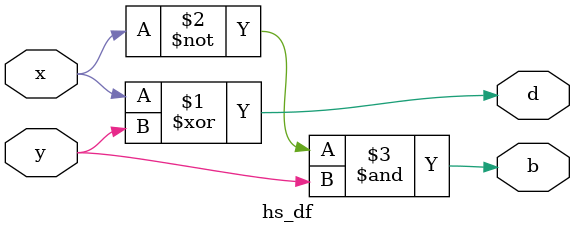
<source format=v>
module hs_df(x,y,d,b);
input x,y;
output d,b;
assign d=x^y;
assign b=(~x)&y;
endmodule

</source>
